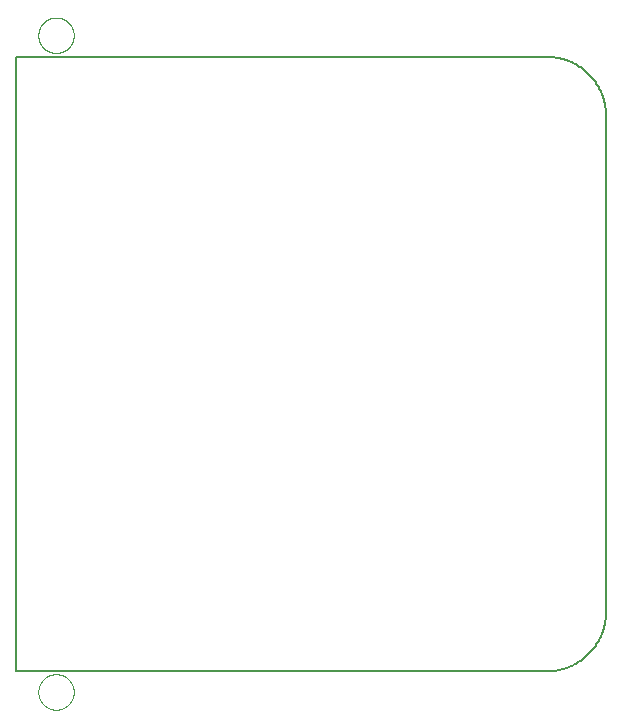
<source format=gko>
G75*
%MOIN*%
%OFA0B0*%
%FSLAX25Y25*%
%IPPOS*%
%LPD*%
%AMOC8*
5,1,8,0,0,1.08239X$1,22.5*
%
%ADD10C,0.00500*%
%ADD11C,0.00000*%
D10*
X0003803Y0014054D02*
X0180969Y0014054D01*
X0181445Y0014060D01*
X0181920Y0014077D01*
X0182395Y0014106D01*
X0182869Y0014146D01*
X0183342Y0014198D01*
X0183813Y0014261D01*
X0184283Y0014335D01*
X0184751Y0014421D01*
X0185217Y0014518D01*
X0185680Y0014626D01*
X0186140Y0014745D01*
X0186598Y0014876D01*
X0187052Y0015017D01*
X0187503Y0015170D01*
X0187949Y0015333D01*
X0188392Y0015507D01*
X0188830Y0015692D01*
X0189264Y0015887D01*
X0189693Y0016093D01*
X0190117Y0016309D01*
X0190536Y0016535D01*
X0190949Y0016771D01*
X0191356Y0017017D01*
X0191757Y0017273D01*
X0192151Y0017539D01*
X0192540Y0017814D01*
X0192921Y0018098D01*
X0193295Y0018391D01*
X0193663Y0018693D01*
X0194023Y0019005D01*
X0194375Y0019324D01*
X0194719Y0019652D01*
X0195056Y0019989D01*
X0195384Y0020333D01*
X0195703Y0020685D01*
X0196015Y0021045D01*
X0196317Y0021413D01*
X0196610Y0021787D01*
X0196894Y0022168D01*
X0197169Y0022557D01*
X0197435Y0022951D01*
X0197691Y0023352D01*
X0197937Y0023759D01*
X0198173Y0024172D01*
X0198399Y0024591D01*
X0198615Y0025015D01*
X0198821Y0025444D01*
X0199016Y0025878D01*
X0199201Y0026316D01*
X0199375Y0026759D01*
X0199538Y0027205D01*
X0199691Y0027656D01*
X0199832Y0028110D01*
X0199963Y0028568D01*
X0200082Y0029028D01*
X0200190Y0029491D01*
X0200287Y0029957D01*
X0200373Y0030425D01*
X0200447Y0030895D01*
X0200510Y0031366D01*
X0200562Y0031839D01*
X0200602Y0032313D01*
X0200631Y0032788D01*
X0200648Y0033263D01*
X0200654Y0033739D01*
X0200654Y0199094D01*
X0200648Y0199570D01*
X0200631Y0200045D01*
X0200602Y0200520D01*
X0200562Y0200994D01*
X0200510Y0201467D01*
X0200447Y0201938D01*
X0200373Y0202408D01*
X0200287Y0202876D01*
X0200190Y0203342D01*
X0200082Y0203805D01*
X0199963Y0204265D01*
X0199832Y0204723D01*
X0199691Y0205177D01*
X0199538Y0205628D01*
X0199375Y0206074D01*
X0199201Y0206517D01*
X0199016Y0206955D01*
X0198821Y0207389D01*
X0198615Y0207818D01*
X0198399Y0208242D01*
X0198173Y0208661D01*
X0197937Y0209074D01*
X0197691Y0209481D01*
X0197435Y0209882D01*
X0197169Y0210276D01*
X0196894Y0210665D01*
X0196610Y0211046D01*
X0196317Y0211420D01*
X0196015Y0211788D01*
X0195703Y0212148D01*
X0195384Y0212500D01*
X0195056Y0212844D01*
X0194719Y0213181D01*
X0194375Y0213509D01*
X0194023Y0213828D01*
X0193663Y0214140D01*
X0193295Y0214442D01*
X0192921Y0214735D01*
X0192540Y0215019D01*
X0192151Y0215294D01*
X0191757Y0215560D01*
X0191356Y0215816D01*
X0190949Y0216062D01*
X0190536Y0216298D01*
X0190117Y0216524D01*
X0189693Y0216740D01*
X0189264Y0216946D01*
X0188830Y0217141D01*
X0188392Y0217326D01*
X0187949Y0217500D01*
X0187503Y0217663D01*
X0187052Y0217816D01*
X0186598Y0217957D01*
X0186140Y0218088D01*
X0185680Y0218207D01*
X0185217Y0218315D01*
X0184751Y0218412D01*
X0184283Y0218498D01*
X0183813Y0218572D01*
X0183342Y0218635D01*
X0182869Y0218687D01*
X0182395Y0218727D01*
X0181920Y0218756D01*
X0181445Y0218773D01*
X0180969Y0218779D01*
X0003803Y0218779D01*
X0003803Y0014054D01*
D11*
X0011381Y0007106D02*
X0011383Y0007259D01*
X0011389Y0007413D01*
X0011399Y0007566D01*
X0011413Y0007718D01*
X0011431Y0007871D01*
X0011453Y0008022D01*
X0011478Y0008173D01*
X0011508Y0008324D01*
X0011542Y0008474D01*
X0011579Y0008622D01*
X0011620Y0008770D01*
X0011665Y0008916D01*
X0011714Y0009062D01*
X0011767Y0009206D01*
X0011823Y0009348D01*
X0011883Y0009489D01*
X0011947Y0009629D01*
X0012014Y0009767D01*
X0012085Y0009903D01*
X0012160Y0010037D01*
X0012237Y0010169D01*
X0012319Y0010299D01*
X0012403Y0010427D01*
X0012491Y0010553D01*
X0012582Y0010676D01*
X0012676Y0010797D01*
X0012774Y0010915D01*
X0012874Y0011031D01*
X0012978Y0011144D01*
X0013084Y0011255D01*
X0013193Y0011363D01*
X0013305Y0011468D01*
X0013419Y0011569D01*
X0013537Y0011668D01*
X0013656Y0011764D01*
X0013778Y0011857D01*
X0013903Y0011946D01*
X0014030Y0012033D01*
X0014159Y0012115D01*
X0014290Y0012195D01*
X0014423Y0012271D01*
X0014558Y0012344D01*
X0014695Y0012413D01*
X0014834Y0012478D01*
X0014974Y0012540D01*
X0015116Y0012598D01*
X0015259Y0012653D01*
X0015404Y0012704D01*
X0015550Y0012751D01*
X0015697Y0012794D01*
X0015845Y0012833D01*
X0015994Y0012869D01*
X0016144Y0012900D01*
X0016295Y0012928D01*
X0016446Y0012952D01*
X0016599Y0012972D01*
X0016751Y0012988D01*
X0016904Y0013000D01*
X0017057Y0013008D01*
X0017210Y0013012D01*
X0017364Y0013012D01*
X0017517Y0013008D01*
X0017670Y0013000D01*
X0017823Y0012988D01*
X0017975Y0012972D01*
X0018128Y0012952D01*
X0018279Y0012928D01*
X0018430Y0012900D01*
X0018580Y0012869D01*
X0018729Y0012833D01*
X0018877Y0012794D01*
X0019024Y0012751D01*
X0019170Y0012704D01*
X0019315Y0012653D01*
X0019458Y0012598D01*
X0019600Y0012540D01*
X0019740Y0012478D01*
X0019879Y0012413D01*
X0020016Y0012344D01*
X0020151Y0012271D01*
X0020284Y0012195D01*
X0020415Y0012115D01*
X0020544Y0012033D01*
X0020671Y0011946D01*
X0020796Y0011857D01*
X0020918Y0011764D01*
X0021037Y0011668D01*
X0021155Y0011569D01*
X0021269Y0011468D01*
X0021381Y0011363D01*
X0021490Y0011255D01*
X0021596Y0011144D01*
X0021700Y0011031D01*
X0021800Y0010915D01*
X0021898Y0010797D01*
X0021992Y0010676D01*
X0022083Y0010553D01*
X0022171Y0010427D01*
X0022255Y0010299D01*
X0022337Y0010169D01*
X0022414Y0010037D01*
X0022489Y0009903D01*
X0022560Y0009767D01*
X0022627Y0009629D01*
X0022691Y0009489D01*
X0022751Y0009348D01*
X0022807Y0009206D01*
X0022860Y0009062D01*
X0022909Y0008916D01*
X0022954Y0008770D01*
X0022995Y0008622D01*
X0023032Y0008474D01*
X0023066Y0008324D01*
X0023096Y0008173D01*
X0023121Y0008022D01*
X0023143Y0007871D01*
X0023161Y0007718D01*
X0023175Y0007566D01*
X0023185Y0007413D01*
X0023191Y0007259D01*
X0023193Y0007106D01*
X0023191Y0006953D01*
X0023185Y0006799D01*
X0023175Y0006646D01*
X0023161Y0006494D01*
X0023143Y0006341D01*
X0023121Y0006190D01*
X0023096Y0006039D01*
X0023066Y0005888D01*
X0023032Y0005738D01*
X0022995Y0005590D01*
X0022954Y0005442D01*
X0022909Y0005296D01*
X0022860Y0005150D01*
X0022807Y0005006D01*
X0022751Y0004864D01*
X0022691Y0004723D01*
X0022627Y0004583D01*
X0022560Y0004445D01*
X0022489Y0004309D01*
X0022414Y0004175D01*
X0022337Y0004043D01*
X0022255Y0003913D01*
X0022171Y0003785D01*
X0022083Y0003659D01*
X0021992Y0003536D01*
X0021898Y0003415D01*
X0021800Y0003297D01*
X0021700Y0003181D01*
X0021596Y0003068D01*
X0021490Y0002957D01*
X0021381Y0002849D01*
X0021269Y0002744D01*
X0021155Y0002643D01*
X0021037Y0002544D01*
X0020918Y0002448D01*
X0020796Y0002355D01*
X0020671Y0002266D01*
X0020544Y0002179D01*
X0020415Y0002097D01*
X0020284Y0002017D01*
X0020151Y0001941D01*
X0020016Y0001868D01*
X0019879Y0001799D01*
X0019740Y0001734D01*
X0019600Y0001672D01*
X0019458Y0001614D01*
X0019315Y0001559D01*
X0019170Y0001508D01*
X0019024Y0001461D01*
X0018877Y0001418D01*
X0018729Y0001379D01*
X0018580Y0001343D01*
X0018430Y0001312D01*
X0018279Y0001284D01*
X0018128Y0001260D01*
X0017975Y0001240D01*
X0017823Y0001224D01*
X0017670Y0001212D01*
X0017517Y0001204D01*
X0017364Y0001200D01*
X0017210Y0001200D01*
X0017057Y0001204D01*
X0016904Y0001212D01*
X0016751Y0001224D01*
X0016599Y0001240D01*
X0016446Y0001260D01*
X0016295Y0001284D01*
X0016144Y0001312D01*
X0015994Y0001343D01*
X0015845Y0001379D01*
X0015697Y0001418D01*
X0015550Y0001461D01*
X0015404Y0001508D01*
X0015259Y0001559D01*
X0015116Y0001614D01*
X0014974Y0001672D01*
X0014834Y0001734D01*
X0014695Y0001799D01*
X0014558Y0001868D01*
X0014423Y0001941D01*
X0014290Y0002017D01*
X0014159Y0002097D01*
X0014030Y0002179D01*
X0013903Y0002266D01*
X0013778Y0002355D01*
X0013656Y0002448D01*
X0013537Y0002544D01*
X0013419Y0002643D01*
X0013305Y0002744D01*
X0013193Y0002849D01*
X0013084Y0002957D01*
X0012978Y0003068D01*
X0012874Y0003181D01*
X0012774Y0003297D01*
X0012676Y0003415D01*
X0012582Y0003536D01*
X0012491Y0003659D01*
X0012403Y0003785D01*
X0012319Y0003913D01*
X0012237Y0004043D01*
X0012160Y0004175D01*
X0012085Y0004309D01*
X0012014Y0004445D01*
X0011947Y0004583D01*
X0011883Y0004723D01*
X0011823Y0004864D01*
X0011767Y0005006D01*
X0011714Y0005150D01*
X0011665Y0005296D01*
X0011620Y0005442D01*
X0011579Y0005590D01*
X0011542Y0005738D01*
X0011508Y0005888D01*
X0011478Y0006039D01*
X0011453Y0006190D01*
X0011431Y0006341D01*
X0011413Y0006494D01*
X0011399Y0006646D01*
X0011389Y0006799D01*
X0011383Y0006953D01*
X0011381Y0007106D01*
X0011381Y0226003D02*
X0011383Y0226156D01*
X0011389Y0226310D01*
X0011399Y0226463D01*
X0011413Y0226615D01*
X0011431Y0226768D01*
X0011453Y0226919D01*
X0011478Y0227070D01*
X0011508Y0227221D01*
X0011542Y0227371D01*
X0011579Y0227519D01*
X0011620Y0227667D01*
X0011665Y0227813D01*
X0011714Y0227959D01*
X0011767Y0228103D01*
X0011823Y0228245D01*
X0011883Y0228386D01*
X0011947Y0228526D01*
X0012014Y0228664D01*
X0012085Y0228800D01*
X0012160Y0228934D01*
X0012237Y0229066D01*
X0012319Y0229196D01*
X0012403Y0229324D01*
X0012491Y0229450D01*
X0012582Y0229573D01*
X0012676Y0229694D01*
X0012774Y0229812D01*
X0012874Y0229928D01*
X0012978Y0230041D01*
X0013084Y0230152D01*
X0013193Y0230260D01*
X0013305Y0230365D01*
X0013419Y0230466D01*
X0013537Y0230565D01*
X0013656Y0230661D01*
X0013778Y0230754D01*
X0013903Y0230843D01*
X0014030Y0230930D01*
X0014159Y0231012D01*
X0014290Y0231092D01*
X0014423Y0231168D01*
X0014558Y0231241D01*
X0014695Y0231310D01*
X0014834Y0231375D01*
X0014974Y0231437D01*
X0015116Y0231495D01*
X0015259Y0231550D01*
X0015404Y0231601D01*
X0015550Y0231648D01*
X0015697Y0231691D01*
X0015845Y0231730D01*
X0015994Y0231766D01*
X0016144Y0231797D01*
X0016295Y0231825D01*
X0016446Y0231849D01*
X0016599Y0231869D01*
X0016751Y0231885D01*
X0016904Y0231897D01*
X0017057Y0231905D01*
X0017210Y0231909D01*
X0017364Y0231909D01*
X0017517Y0231905D01*
X0017670Y0231897D01*
X0017823Y0231885D01*
X0017975Y0231869D01*
X0018128Y0231849D01*
X0018279Y0231825D01*
X0018430Y0231797D01*
X0018580Y0231766D01*
X0018729Y0231730D01*
X0018877Y0231691D01*
X0019024Y0231648D01*
X0019170Y0231601D01*
X0019315Y0231550D01*
X0019458Y0231495D01*
X0019600Y0231437D01*
X0019740Y0231375D01*
X0019879Y0231310D01*
X0020016Y0231241D01*
X0020151Y0231168D01*
X0020284Y0231092D01*
X0020415Y0231012D01*
X0020544Y0230930D01*
X0020671Y0230843D01*
X0020796Y0230754D01*
X0020918Y0230661D01*
X0021037Y0230565D01*
X0021155Y0230466D01*
X0021269Y0230365D01*
X0021381Y0230260D01*
X0021490Y0230152D01*
X0021596Y0230041D01*
X0021700Y0229928D01*
X0021800Y0229812D01*
X0021898Y0229694D01*
X0021992Y0229573D01*
X0022083Y0229450D01*
X0022171Y0229324D01*
X0022255Y0229196D01*
X0022337Y0229066D01*
X0022414Y0228934D01*
X0022489Y0228800D01*
X0022560Y0228664D01*
X0022627Y0228526D01*
X0022691Y0228386D01*
X0022751Y0228245D01*
X0022807Y0228103D01*
X0022860Y0227959D01*
X0022909Y0227813D01*
X0022954Y0227667D01*
X0022995Y0227519D01*
X0023032Y0227371D01*
X0023066Y0227221D01*
X0023096Y0227070D01*
X0023121Y0226919D01*
X0023143Y0226768D01*
X0023161Y0226615D01*
X0023175Y0226463D01*
X0023185Y0226310D01*
X0023191Y0226156D01*
X0023193Y0226003D01*
X0023191Y0225850D01*
X0023185Y0225696D01*
X0023175Y0225543D01*
X0023161Y0225391D01*
X0023143Y0225238D01*
X0023121Y0225087D01*
X0023096Y0224936D01*
X0023066Y0224785D01*
X0023032Y0224635D01*
X0022995Y0224487D01*
X0022954Y0224339D01*
X0022909Y0224193D01*
X0022860Y0224047D01*
X0022807Y0223903D01*
X0022751Y0223761D01*
X0022691Y0223620D01*
X0022627Y0223480D01*
X0022560Y0223342D01*
X0022489Y0223206D01*
X0022414Y0223072D01*
X0022337Y0222940D01*
X0022255Y0222810D01*
X0022171Y0222682D01*
X0022083Y0222556D01*
X0021992Y0222433D01*
X0021898Y0222312D01*
X0021800Y0222194D01*
X0021700Y0222078D01*
X0021596Y0221965D01*
X0021490Y0221854D01*
X0021381Y0221746D01*
X0021269Y0221641D01*
X0021155Y0221540D01*
X0021037Y0221441D01*
X0020918Y0221345D01*
X0020796Y0221252D01*
X0020671Y0221163D01*
X0020544Y0221076D01*
X0020415Y0220994D01*
X0020284Y0220914D01*
X0020151Y0220838D01*
X0020016Y0220765D01*
X0019879Y0220696D01*
X0019740Y0220631D01*
X0019600Y0220569D01*
X0019458Y0220511D01*
X0019315Y0220456D01*
X0019170Y0220405D01*
X0019024Y0220358D01*
X0018877Y0220315D01*
X0018729Y0220276D01*
X0018580Y0220240D01*
X0018430Y0220209D01*
X0018279Y0220181D01*
X0018128Y0220157D01*
X0017975Y0220137D01*
X0017823Y0220121D01*
X0017670Y0220109D01*
X0017517Y0220101D01*
X0017364Y0220097D01*
X0017210Y0220097D01*
X0017057Y0220101D01*
X0016904Y0220109D01*
X0016751Y0220121D01*
X0016599Y0220137D01*
X0016446Y0220157D01*
X0016295Y0220181D01*
X0016144Y0220209D01*
X0015994Y0220240D01*
X0015845Y0220276D01*
X0015697Y0220315D01*
X0015550Y0220358D01*
X0015404Y0220405D01*
X0015259Y0220456D01*
X0015116Y0220511D01*
X0014974Y0220569D01*
X0014834Y0220631D01*
X0014695Y0220696D01*
X0014558Y0220765D01*
X0014423Y0220838D01*
X0014290Y0220914D01*
X0014159Y0220994D01*
X0014030Y0221076D01*
X0013903Y0221163D01*
X0013778Y0221252D01*
X0013656Y0221345D01*
X0013537Y0221441D01*
X0013419Y0221540D01*
X0013305Y0221641D01*
X0013193Y0221746D01*
X0013084Y0221854D01*
X0012978Y0221965D01*
X0012874Y0222078D01*
X0012774Y0222194D01*
X0012676Y0222312D01*
X0012582Y0222433D01*
X0012491Y0222556D01*
X0012403Y0222682D01*
X0012319Y0222810D01*
X0012237Y0222940D01*
X0012160Y0223072D01*
X0012085Y0223206D01*
X0012014Y0223342D01*
X0011947Y0223480D01*
X0011883Y0223620D01*
X0011823Y0223761D01*
X0011767Y0223903D01*
X0011714Y0224047D01*
X0011665Y0224193D01*
X0011620Y0224339D01*
X0011579Y0224487D01*
X0011542Y0224635D01*
X0011508Y0224785D01*
X0011478Y0224936D01*
X0011453Y0225087D01*
X0011431Y0225238D01*
X0011413Y0225391D01*
X0011399Y0225543D01*
X0011389Y0225696D01*
X0011383Y0225850D01*
X0011381Y0226003D01*
M02*

</source>
